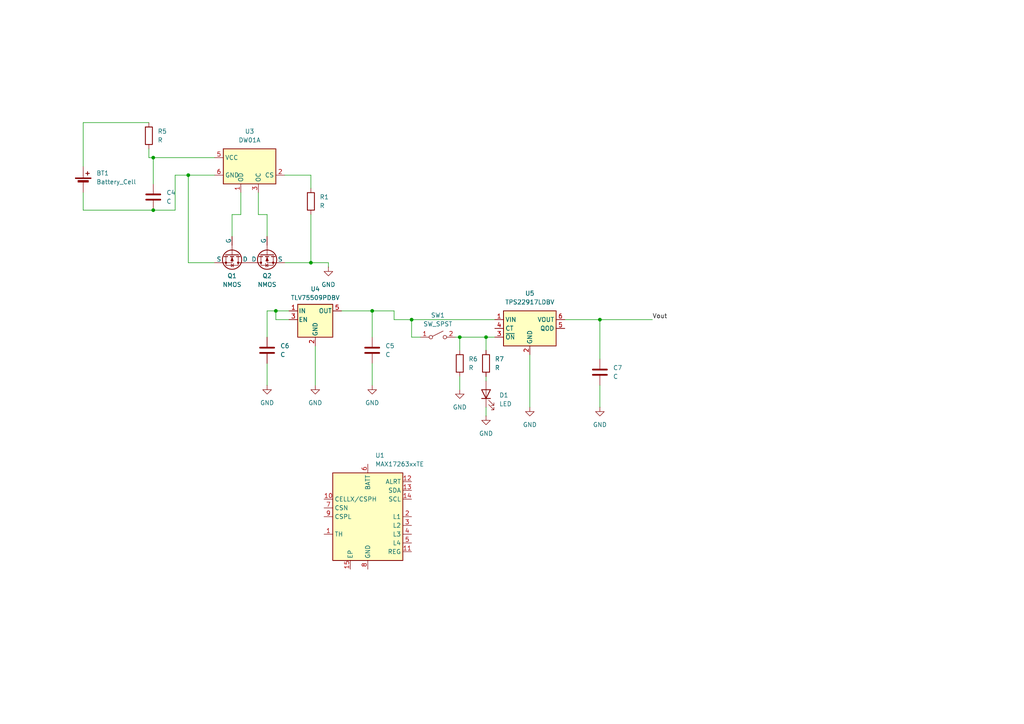
<source format=kicad_sch>
(kicad_sch (version 20250114) (generator "eeschema") (generator_version "9.0")
  (paper "A4")
  (lib_symbols
    (symbol "Battery_Management:DW01A"
      (property "Reference" "U" (at -6.604 6.35 0))
      (property "Value" "DW01A" (at 4.318 6.604 0))
      (symbol "DW01A_0_1"
        (pin power_in line (at -10.16 2.54 0) (length 2.54) (name "VCC") (number "5"))
        (pin power_in line (at -10.16 -2.54 0) (length 2.54) (name "GND") (number "6"))
        (pin output line (at -2.54 -7.62 90) (length 2.54) (name "OD") (number "1"))
        (pin output line (at 2.54 -7.62 90) (length 2.54) (name "OC") (number "3"))
        (pin input line (at 10.16 -2.54 180) (length 2.54) (name "CS") (number "2"))
      )
      (symbol "DW01A_1_1"
        (rectangle (start -7.62 5.08) (end 7.62 -5.08) (stroke (width 0.254)) (fill (type background)))
        (pin no_connect line (at 10.16 2.54 180) (length 2.54) (hide yes) (name "TD") (number "4"))
      )
    )
    (symbol "Battery_Management:MAX17263xxTE"
      (property "Reference" "U" (at 2.54 17.78 0))
      (property "Value" "MAX17263xxTE" (at 2.54 15.24 0))
      (symbol "MAX17263xxTE_0_1"
        (rectangle (start -10.16 12.7) (end 10.16 -12.7) (stroke (width 0.254)) (fill (type background)))
      )
      (symbol "MAX17263xxTE_1_1"
        (pin input line (at -12.7 5.08 0) (length 2.54) (name "CELLX/CSPH") (number "10"))
        (pin input line (at -12.7 2.54 0) (length 2.54) (name "CSN") (number "7"))
        (pin input line (at -12.7 0 0) (length 2.54) (name "CSPL") (number "9"))
        (pin passive line (at -12.7 -5.08 0) (length 2.54) (name "TH") (number "1"))
        (pin passive line (at -5.08 -15.24 90) (length 2.54) (name "EP") (number "15"))
        (pin power_in line (at 0 15.24 270) (length 2.54) (name "BATT") (number "6"))
        (pin power_in line (at 0 -15.24 90) (length 2.54) (name "GND") (number "8"))
        (pin open_collector line (at 12.7 10.16 180) (length 2.54) (name "ALRT") (number "12"))
        (pin bidirectional line (at 12.7 7.62 180) (length 2.54) (name "SDA") (number "13"))
        (pin input line (at 12.7 5.08 180) (length 2.54) (name "SCL") (number "14"))
        (pin bidirectional line (at 12.7 0 180) (length 2.54) (name "L1") (number "2"))
        (pin output line (at 12.7 -2.54 180) (length 2.54) (name "L2") (number "3"))
        (pin output line (at 12.7 -5.08 180) (length 2.54) (name "L3") (number "4"))
        (pin output line (at 12.7 -7.62 180) (length 2.54) (name "L4") (number "5"))
        (pin power_out line (at 12.7 -10.16 180) (length 2.54) (name "REG") (number "11"))
      )
    )
    (symbol "Device:Battery_Cell" (pin_numbers (hide yes)) (pin_names (offset 0) (hide yes))
      (property "Reference" "BT" (at 2.54 2.54 0))
      (property "Value" "Battery_Cell" (at 2.54 0 0))
      (symbol "Battery_Cell_0_1"
        (rectangle (start -2.286 1.778) (end 2.286 1.524) (fill (type outline)))
        (rectangle (start -1.524 1.016) (end 1.524 0.508) (fill (type outline)))
        (polyline (pts (xy 0 1.778) (xy 0 2.54)))
        (polyline (pts (xy 0 0.762) (xy 0 0)))
        (polyline (pts (xy 0.762 3.048) (xy 1.778 3.048)) (stroke (width 0.254)))
        (polyline (pts (xy 1.27 3.556) (xy 1.27 2.54)) (stroke (width 0.254)))
      )
      (symbol "Battery_Cell_1_1"
        (pin passive line (at 0 5.08 270) (length 2.54) (name "+") (number "1"))
        (pin passive line (at 0 -2.54 90) (length 2.54) (name "-") (number "2"))
      )
    )
    (symbol "Device:C" (pin_numbers (hide yes)) (pin_names (offset 0.254))
      (property "Reference" "C" (at 0.635 2.54 0))
      (property "Value" "C" (at 0.635 -2.54 0))
      (symbol "C_0_1"
        (polyline (pts (xy -2.032 0.762) (xy 2.032 0.762)) (stroke (width 0.508)))
        (polyline (pts (xy -2.032 -0.762) (xy 2.032 -0.762)) (stroke (width 0.508)))
      )
      (symbol "C_1_1"
        (pin passive line (at 0 3.81 270) (length 2.794) (name "~") (number "1"))
        (pin passive line (at 0 -3.81 90) (length 2.794) (name "~") (number "2"))
      )
    )
    (symbol "Device:LED" (pin_numbers (hide yes)) (pin_names (offset 1.016) (hide yes))
      (property "Reference" "D" (at 0 2.54 0))
      (property "Value" "LED" (at 0 -2.54 0))
      (symbol "LED_0_1"
        (polyline (pts (xy -3.048 -0.762) (xy -4.572 -2.286) (xy -3.81 -2.286) (xy -4.572 -2.286) (xy -4.572 -1.524)))
        (polyline (pts (xy -1.778 -0.762) (xy -3.302 -2.286) (xy -2.54 -2.286) (xy -3.302 -2.286) (xy -3.302 -1.524)))
        (polyline (pts (xy -1.27 0) (xy 1.27 0)))
        (polyline (pts (xy -1.27 -1.27) (xy -1.27 1.27)) (stroke (width 0.254)))
        (polyline (pts (xy 1.27 -1.27) (xy 1.27 1.27) (xy -1.27 0) (xy 1.27 -1.27)) (stroke (width 0.254)))
      )
      (symbol "LED_1_1"
        (pin passive line (at -3.81 0 0) (length 2.54) (name "K") (number "1"))
        (pin passive line (at 3.81 0 180) (length 2.54) (name "A") (number "2"))
      )
    )
    (symbol "Device:R" (pin_numbers (hide yes)) (pin_names (offset 0))
      (property "Reference" "R" (at 2.032 0 90))
      (property "Value" "R" (at 0 0 90))
      (symbol "R_0_1"
        (rectangle (start -1.016 -2.54) (end 1.016 2.54) (stroke (width 0.254)))
      )
      (symbol "R_1_1"
        (pin passive line (at 0 3.81 270) (length 1.27) (name "~") (number "1"))
        (pin passive line (at 0 -3.81 90) (length 1.27) (name "~") (number "2"))
      )
    )
    (symbol "Power_Management:TPS22917LDBV"
      (property "Reference" "U" (at -6.35 6.35 0))
      (property "Value" "TPS22917LDBV" (at 2.54 6.35 0))
      (symbol "TPS22917LDBV_0_1"
        (rectangle (start -7.62 5.08) (end 7.62 -5.08) (stroke (width 0.254)) (fill (type background)))
      )
      (symbol "TPS22917LDBV_1_1"
        (pin power_in line (at -10.16 2.54 0) (length 2.54) (name "VIN") (number "1"))
        (pin output line (at -10.16 0 0) (length 2.54) (name "CT") (number "4"))
        (pin input line (at -10.16 -2.54 0) (length 2.54) (name "~{ON}") (number "3"))
        (pin power_in line (at 0 -7.62 90) (length 2.54) (name "GND") (number "2"))
        (pin power_out line (at 10.16 2.54 180) (length 2.54) (name "VOUT") (number "6"))
        (pin open_collector line (at 10.16 0 180) (length 2.54) (name "QOD") (number "5"))
      )
    )
    (symbol "Regulator_Linear:TLV75509PDBV" (pin_names (offset 0.254))
      (property "Reference" "U" (at -3.81 5.715 0))
      (property "Value" "TLV75509PDBV" (at 0 5.715 0))
      (symbol "TLV75509PDBV_0_1"
        (rectangle (start -5.08 4.445) (end 5.08 -5.08) (stroke (width 0.254)) (fill (type background)))
      )
      (symbol "TLV75509PDBV_1_1"
        (pin power_in line (at -7.62 2.54 0) (length 2.54) (name "IN") (number "1"))
        (pin input line (at -7.62 0 0) (length 2.54) (name "EN") (number "3"))
        (pin power_in line (at 0 -7.62 90) (length 2.54) (name "GND") (number "2"))
        (pin no_connect line (at 5.08 0 180) (length 2.54) (hide yes) (name "NC") (number "4"))
        (pin power_out line (at 7.62 2.54 180) (length 2.54) (name "OUT") (number "5"))
      )
    )
    (symbol "Simulation_SPICE:NMOS" (pin_numbers (hide yes)) (pin_names (offset 0))
      (property "Reference" "Q" (at 5.08 1.27 0))
      (property "Value" "NMOS" (at 5.08 -1.27 0))
      (symbol "NMOS_0_1"
        (polyline (pts (xy 0.254 1.905) (xy 0.254 -1.905)) (stroke (width 0.254)))
        (polyline (pts (xy 0.254 0) (xy -2.54 0)))
        (polyline (pts (xy 0.762 2.286) (xy 0.762 1.27)) (stroke (width 0.254)))
        (polyline (pts (xy 0.762 0.508) (xy 0.762 -0.508)) (stroke (width 0.254)))
        (polyline (pts (xy 0.762 -1.27) (xy 0.762 -2.286)) (stroke (width 0.254)))
        (polyline (pts (xy 0.762 -1.778) (xy 3.302 -1.778) (xy 3.302 1.778) (xy 0.762 1.778)))
        (polyline (pts (xy 1.016 0) (xy 2.032 0.381) (xy 2.032 -0.381) (xy 1.016 0)) (fill (type outline)))
        (circle (center 1.651 0) (radius 2.794) (stroke (width 0.254)))
        (polyline (pts (xy 2.54 2.54) (xy 2.54 1.778)))
        (circle (center 2.54 1.778) (radius 0.254) (fill (type outline)))
        (circle (center 2.54 -1.778) (radius 0.254) (fill (type outline)))
        (polyline (pts (xy 2.54 -2.54) (xy 2.54 0) (xy 0.762 0)))
        (polyline (pts (xy 2.794 0.508) (xy 2.921 0.381) (xy 3.683 0.381) (xy 3.81 0.254)))
        (polyline (pts (xy 3.302 0.381) (xy 2.921 -0.254) (xy 3.683 -0.254) (xy 3.302 0.381)))
      )
      (symbol "NMOS_1_1"
        (pin input line (at -5.08 0 0) (length 2.54) (name "G") (number "2"))
        (pin passive line (at 2.54 5.08 270) (length 2.54) (name "D") (number "1"))
        (pin passive line (at 2.54 -5.08 90) (length 2.54) (name "S") (number "3"))
      )
    )
    (symbol "Switch:SW_SPST" (pin_names (offset 0) (hide yes))
      (property "Reference" "SW" (at 0 3.175 0))
      (property "Value" "SW_SPST" (at 0 -2.54 0))
      (symbol "SW_SPST_0_0"
        (circle (center -2.032 0) (radius 0.508))
        (polyline (pts (xy -1.524 0.254) (xy 1.524 1.778)))
        (circle (center 2.032 0) (radius 0.508))
      )
      (symbol "SW_SPST_1_1"
        (pin passive line (at -5.08 0 0) (length 2.54) (name "A") (number "1"))
        (pin passive line (at 5.08 0 180) (length 2.54) (name "B") (number "2"))
      )
    )
    (symbol "power:GND" (power) (pin_numbers (hide yes)) (pin_names (offset 0) (hide yes))
      (property "Value" "GND" (at 0 -3.81 0))
      (symbol "GND_0_1"
        (polyline (pts (xy 0 0) (xy 0 -1.27) (xy 1.27 -1.27) (xy 0 -2.54) (xy -1.27 -1.27) (xy 0 -1.27)))
      )
      (symbol "GND_1_1"
        (pin power_in line (at 0 0 270) (length 0) (name "~") (number "1"))
      )
    )
  )
  (junction (at 173.99 92.71))
  (junction (at 119.38 92.71))
  (junction (at 133.35 97.79))
  (junction (at 107.95 90.17))
  (junction (at 44.45 60.96))
  (junction (at 54.61 50.8))
  (junction (at 44.45 45.72))
  (junction (at 90.17 76.2))
  (junction (at 80.01 90.17))
  (junction (at 140.97 97.79))
  (wire (pts (xy 173.99 111.76) (xy 173.99 118.11)))
  (wire (pts (xy 24.13 35.56) (xy 24.13 48.26)))
  (wire (pts (xy 119.38 97.79) (xy 119.38 92.71)))
  (wire (pts (xy 140.97 97.79) (xy 143.51 97.79)))
  (wire (pts (xy 69.85 55.88) (xy 69.85 62.23)))
  (wire (pts (xy 114.3 90.17) (xy 107.95 90.17)))
  (wire (pts (xy 74.93 55.88) (xy 74.93 62.23)))
  (wire (pts (xy 163.83 92.71) (xy 173.99 92.71)))
  (wire (pts (xy 83.82 92.71) (xy 80.01 92.71)))
  (wire (pts (xy 90.17 50.8) (xy 90.17 54.61)))
  (wire (pts (xy 95.25 76.2) (xy 90.17 76.2)))
  (wire (pts (xy 114.3 92.71) (xy 114.3 90.17)))
  (wire (pts (xy 132.08 97.79) (xy 133.35 97.79)))
  (wire (pts (xy 133.35 97.79) (xy 133.35 101.6)))
  (wire (pts (xy 77.47 90.17) (xy 77.47 97.79)))
  (wire (pts (xy 24.13 55.88) (xy 24.13 60.96)))
  (wire (pts (xy 107.95 90.17) (xy 107.95 97.79)))
  (wire (pts (xy 173.99 92.71) (xy 189.23 92.71)))
  (wire (pts (xy 50.8 60.96) (xy 50.8 50.8)))
  (wire (pts (xy 114.3 92.71) (xy 119.38 92.71)))
  (wire (pts (xy 119.38 92.71) (xy 143.51 92.71)))
  (wire (pts (xy 43.18 43.18) (xy 43.18 45.72)))
  (wire (pts (xy 83.82 90.17) (xy 80.01 90.17)))
  (wire (pts (xy 91.44 100.33) (xy 91.44 111.76)))
  (wire (pts (xy 80.01 90.17) (xy 77.47 90.17)))
  (wire (pts (xy 77.47 62.23) (xy 77.47 68.58)))
  (wire (pts (xy 44.45 60.96) (xy 50.8 60.96)))
  (wire (pts (xy 133.35 97.79) (xy 140.97 97.79)))
  (wire (pts (xy 140.97 118.11) (xy 140.97 120.65)))
  (wire (pts (xy 54.61 50.8) (xy 54.61 76.2)))
  (wire (pts (xy 69.85 62.23) (xy 67.31 62.23)))
  (wire (pts (xy 43.18 45.72) (xy 44.45 45.72)))
  (wire (pts (xy 133.35 109.22) (xy 133.35 113.03)))
  (wire (pts (xy 54.61 76.2) (xy 62.23 76.2)))
  (wire (pts (xy 77.47 105.41) (xy 77.47 111.76)))
  (wire (pts (xy 67.31 62.23) (xy 67.31 68.58)))
  (wire (pts (xy 44.45 45.72) (xy 62.23 45.72)))
  (wire (pts (xy 62.23 50.8) (xy 54.61 50.8)))
  (wire (pts (xy 173.99 92.71) (xy 173.99 104.14)))
  (wire (pts (xy 44.45 45.72) (xy 44.45 53.34)))
  (wire (pts (xy 43.18 35.56) (xy 24.13 35.56)))
  (wire (pts (xy 99.06 90.17) (xy 107.95 90.17)))
  (wire (pts (xy 140.97 97.79) (xy 140.97 101.6)))
  (wire (pts (xy 153.67 102.87) (xy 153.67 118.11)))
  (wire (pts (xy 74.93 62.23) (xy 77.47 62.23)))
  (wire (pts (xy 119.38 97.79) (xy 121.92 97.79)))
  (wire (pts (xy 80.01 92.71) (xy 80.01 90.17)))
  (wire (pts (xy 140.97 109.22) (xy 140.97 110.49)))
  (wire (pts (xy 50.8 50.8) (xy 54.61 50.8)))
  (wire (pts (xy 95.25 77.47) (xy 95.25 76.2)))
  (wire (pts (xy 107.95 105.41) (xy 107.95 111.76)))
  (wire (pts (xy 24.13 60.96) (xy 44.45 60.96)))
  (wire (pts (xy 90.17 62.23) (xy 90.17 76.2)))
  (wire (pts (xy 82.55 50.8) (xy 90.17 50.8)))
  (wire (pts (xy 82.55 76.2) (xy 90.17 76.2)))
  (label "Vout" (at 189.23 92.71 0))
  (symbol (lib_id "Switch:SW_SPST") (at 127 97.79 0) (unit 1)
    (property "Reference" "SW1" (at 127 91.44 0))
    (property "Value" "SW_SPST" (at 127 93.98 0))
    (property "Description" "Single Pole Single Throw (SPST) switch" (effects (hide yes)))
  )
  (symbol (lib_id "Device:R") (at 133.35 105.41 0) (unit 1)
    (property "Reference" "R6" (at 135.89 104.1399 0) (effects (justify left)))
    (property "Value" "R" (at 135.89 106.6799 0) (effects (justify left)))
    (property "Description" "Resistor" (effects (hide yes)))
  )
  (symbol (lib_id "Regulator_Linear:TLV75509PDBV") (at 91.44 92.71 0) (unit 1)
    (property "Reference" "U4" (at 91.44 83.82 0))
    (property "Value" "TLV75509PDBV" (at 91.44 86.36 0))
    (property "Footprint" "Package_TO_SOT_SMD:SOT-23-5" (effects (hide yes)))
    (property "Datasheet" "http://www.ti.com/lit/ds/symlink/tlv755p.pdf" (effects (hide yes)))
    (property "Description" "500mA Low IQ Small Size Low Dropout Voltage Regulator, Fixed Output 0.9V, SOT-23-5" (effects (hide yes)))
  )
  (symbol (lib_id "Device:C") (at 44.45 57.15 0) (unit 1)
    (property "Reference" "C4" (at 48.26 55.8799 0) (effects (justify left)))
    (property "Value" "C" (at 48.26 58.4199 0) (effects (justify left)))
    (property "Description" "Unpolarized capacitor" (effects (hide yes)))
  )
  (symbol (lib_id "power:GND") (at 107.95 111.76 0) (unit 1)
    (property "Reference" "#PWR010" (effects (hide yes)))
    (property "Value" "GND" (at 107.95 116.84 0))
    (property "Description" "Power symbol creates a global label with name \"GND\" , ground" (effects (hide yes)))
  )
  (symbol (lib_id "power:GND") (at 140.97 120.65 0) (unit 1)
    (property "Reference" "#PWR012" (effects (hide yes)))
    (property "Value" "GND" (at 140.97 125.73 0))
    (property "Description" "Power symbol creates a global label with name \"GND\" , ground" (effects (hide yes)))
  )
  (symbol (lib_id "Simulation_SPICE:NMOS") (at 67.31 73.66 270) (unit 1)
    (property "Reference" "Q1" (at 67.31 80.01 90))
    (property "Value" "NMOS" (at 67.31 82.55 90))
    (property "Datasheet" "https://ngspice.sourceforge.io/docs/ngspice-html-manual/manual.xhtml#cha_MOSFETs" (effects (hide yes)))
    (property "Description" "N-MOSFET transistor, drain/source/gate" (effects (hide yes)))
    (property "Sim.Device" "NMOS" (effects (hide yes)))
    (property "Sim.Type" "VDMOS" (effects (hide yes)))
    (property "Sim.Pins" "1=D 2=G 3=S" (effects (hide yes)))
  )
  (symbol (lib_id "power:GND") (at 133.35 113.03 0) (unit 1)
    (property "Reference" "#PWR011" (effects (hide yes)))
    (property "Value" "GND" (at 133.35 118.11 0))
    (property "Description" "Power symbol creates a global label with name \"GND\" , ground" (effects (hide yes)))
  )
  (symbol (lib_id "Simulation_SPICE:NMOS") (at 77.47 73.66 90) (mirror x) (unit 1)
    (property "Reference" "Q2" (at 77.47 80.01 90))
    (property "Value" "NMOS" (at 77.47 82.55 90))
    (property "Datasheet" "https://ngspice.sourceforge.io/docs/ngspice-html-manual/manual.xhtml#cha_MOSFETs" (effects (hide yes)))
    (property "Description" "N-MOSFET transistor, drain/source/gate" (effects (hide yes)))
    (property "Sim.Device" "NMOS" (effects (hide yes)))
    (property "Sim.Type" "VDMOS" (effects (hide yes)))
    (property "Sim.Pins" "1=D 2=G 3=S" (effects (hide yes)))
  )
  (symbol (lib_id "Device:C") (at 77.47 101.6 0) (unit 1)
    (property "Reference" "C6" (at 81.28 100.3299 0) (effects (justify left)))
    (property "Value" "C" (at 81.28 102.8699 0) (effects (justify left)))
    (property "Description" "Unpolarized capacitor" (effects (hide yes)))
  )
  (symbol (lib_id "Battery_Management:DW01A") (at 72.39 48.26 0) (unit 1)
    (property "Reference" "U3" (at 72.39 38.1 0))
    (property "Value" "DW01A" (at 72.39 40.64 0))
    (property "Footprint" "Package_TO_SOT_SMD:SOT-23-6" (effects (hide yes)))
    (property "Datasheet" "https://hmsemi.com/downfile/DW01A.PDF" (effects (hide yes)))
    (property "Description" "Overcharge, overcurrent and overdischarge protection IC for single cell lithium-ion/polymer battery" (effects (hide yes)))
  )
  (symbol (lib_id "power:GND") (at 91.44 111.76 0) (unit 1)
    (property "Reference" "#PWR09" (effects (hide yes)))
    (property "Value" "GND" (at 91.44 116.84 0))
    (property "Description" "Power symbol creates a global label with name \"GND\" , ground" (effects (hide yes)))
  )
  (symbol (lib_id "power:GND") (at 77.47 111.76 0) (unit 1)
    (property "Reference" "#PWR08" (effects (hide yes)))
    (property "Value" "GND" (at 77.47 116.84 0))
    (property "Description" "Power symbol creates a global label with name \"GND\" , ground" (effects (hide yes)))
  )
  (symbol (lib_id "Device:R") (at 90.17 58.42 0) (unit 1)
    (property "Reference" "R1" (at 92.71 57.1499 0) (effects (justify left)))
    (property "Value" "R" (at 92.71 59.6899 0) (effects (justify left)))
    (property "Description" "Resistor" (effects (hide yes)))
  )
  (symbol (lib_id "Battery_Management:MAX17263xxTE") (at 106.68 149.86 0) (unit 1)
    (property "Reference" "U1" (at 108.8233 132.08 0) (effects (justify left)))
    (property "Value" "MAX17263xxTE" (at 108.8233 134.62 0) (effects (justify left)))
    (property "Footprint" "Package_DFN_QFN:DFN-14-1EP_3x3mm_P0.4mm_EP1.78x2.35mm" (effects (hide yes)))
    (property "Datasheet" "https://datasheets.maximintegrated.com/en/ds/MAX17263.pdf" (effects (hide yes)))
    (property "Description" "Single/Multi-Cell Fuel Gauge, ModelGauge m5 EZ, Integrated LED Control, TDFN-14" (effects (hide yes)))
  )
  (symbol (lib_id "Device:LED") (at 140.97 114.3 90) (unit 1)
    (property "Reference" "D1" (at 144.78 114.6174 90) (effects (justify right)))
    (property "Value" "LED" (at 144.78 117.1574 90) (effects (justify right)))
    (property "Description" "Light emitting diode" (effects (hide yes)))
    (property "Sim.Pins" "1=K 2=A" (effects (hide yes)))
  )
  (symbol (lib_id "Device:R") (at 140.97 105.41 0) (unit 1)
    (property "Reference" "R7" (at 143.51 104.1399 0) (effects (justify left)))
    (property "Value" "R" (at 143.51 106.6799 0) (effects (justify left)))
    (property "Description" "Resistor" (effects (hide yes)))
  )
  (symbol (lib_id "Power_Management:TPS22917LDBV") (at 153.67 95.25 0) (unit 1)
    (property "Reference" "U5" (at 153.67 85.09 0))
    (property "Value" "TPS22917LDBV" (at 153.67 87.63 0))
    (property "Footprint" "Package_TO_SOT_SMD:SOT-23-6" (effects (hide yes)))
    (property "Datasheet" "http://www.ti.com/lit/ds/symlink/tps22917.pdf" (effects (hide yes)))
    (property "Description" "1V to 5.5V, 2A, 80mΩ Ultra-Low Leakage Load Switch, Active Low, SOT23-6" (effects (hide yes)))
  )
  (symbol (lib_id "power:GND") (at 153.67 118.11 0) (unit 1)
    (property "Reference" "#PWR013" (effects (hide yes)))
    (property "Value" "GND" (at 153.67 123.19 0))
    (property "Description" "Power symbol creates a global label with name \"GND\" , ground" (effects (hide yes)))
  )
  (symbol (lib_id "Device:C") (at 107.95 101.6 0) (unit 1)
    (property "Reference" "C5" (at 111.76 100.3299 0) (effects (justify left)))
    (property "Value" "C" (at 111.76 102.8699 0) (effects (justify left)))
    (property "Description" "Unpolarized capacitor" (effects (hide yes)))
  )
  (symbol (lib_id "Device:Battery_Cell") (at 24.13 53.34 0) (unit 1)
    (property "Reference" "BT1" (at 27.94 50.2284 0) (effects (justify left)))
    (property "Value" "Battery_Cell" (at 27.94 52.7684 0) (effects (justify left)))
    (property "Description" "Single-cell battery" (effects (hide yes)))
  )
  (symbol (lib_id "Device:R") (at 43.18 39.37 180) (unit 1)
    (property "Reference" "R5" (at 45.72 38.0999 0) (effects (justify right)))
    (property "Value" "R" (at 45.72 40.6399 0) (effects (justify right)))
    (property "Description" "Resistor" (effects (hide yes)))
  )
  (symbol (lib_id "power:GND") (at 173.99 118.11 0) (unit 1)
    (property "Reference" "#PWR014" (effects (hide yes)))
    (property "Value" "GND" (at 173.99 123.19 0))
    (property "Description" "Power symbol creates a global label with name \"GND\" , ground" (effects (hide yes)))
  )
  (symbol (lib_id "Device:C") (at 173.99 107.95 0) (unit 1)
    (property "Reference" "C7" (at 177.8 106.6799 0) (effects (justify left)))
    (property "Value" "C" (at 177.8 109.2199 0) (effects (justify left)))
    (property "Description" "Unpolarized capacitor" (effects (hide yes)))
  )
  (symbol (lib_id "power:GND") (at 95.25 77.47 0) (unit 1)
    (property "Reference" "#PWR07" (effects (hide yes)))
    (property "Value" "GND" (at 95.25 82.55 0))
    (property "Description" "Power symbol creates a global label with name \"GND\" , ground" (effects (hide yes)))
  )
)
</source>
